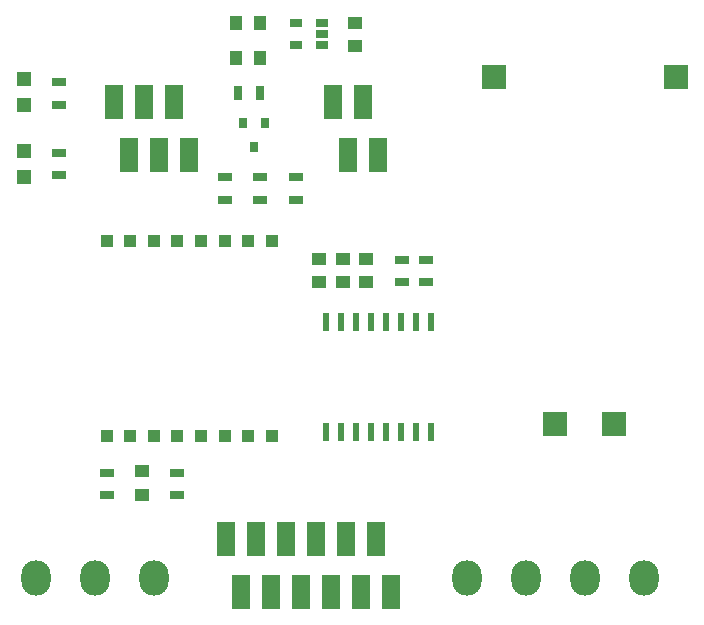
<source format=gbr>
G04 #@! TF.FileFunction,Soldermask,Top*
%FSLAX46Y46*%
G04 Gerber Fmt 4.6, Leading zero omitted, Abs format (unit mm)*
G04 Created by KiCad (PCBNEW 4.0.7-e2-6376~58~ubuntu16.04.1) date Sun Mar  4 02:40:10 2018*
%MOMM*%
%LPD*%
G01*
G04 APERTURE LIST*
%ADD10C,0.100000*%
%ADD11R,1.250000X1.000000*%
%ADD12R,1.000000X1.250000*%
%ADD13R,0.800000X0.900000*%
%ADD14R,1.200000X1.200000*%
%ADD15R,1.500000X3.000000*%
%ADD16R,0.700000X1.300000*%
%ADD17O,2.500000X3.000000*%
%ADD18R,1.300000X0.700000*%
%ADD19R,1.060000X0.650000*%
%ADD20R,2.000000X2.000000*%
%ADD21R,0.600000X1.500000*%
%ADD22R,1.000000X1.000000*%
G04 APERTURE END LIST*
D10*
D11*
X110000000Y-89000000D03*
X110000000Y-91000000D03*
D12*
X102000000Y-89000000D03*
X100000000Y-89000000D03*
X102000000Y-92000000D03*
X100000000Y-92000000D03*
D11*
X107000000Y-111000000D03*
X107000000Y-109000000D03*
X92000000Y-129000000D03*
X92000000Y-127000000D03*
X109000000Y-111000000D03*
X109000000Y-109000000D03*
X111000000Y-111000000D03*
X111000000Y-109000000D03*
D13*
X102450000Y-97500000D03*
X100550000Y-97500000D03*
X101500000Y-99500000D03*
D14*
X82000000Y-99900000D03*
X82000000Y-102100000D03*
X82000000Y-96000000D03*
X82000000Y-93800000D03*
D15*
X99110000Y-132750000D03*
X100380000Y-137250000D03*
X101650000Y-132750000D03*
X102920000Y-137250000D03*
X104190000Y-132750000D03*
X105460000Y-137250000D03*
X106730000Y-132750000D03*
X108000000Y-137250000D03*
X109270000Y-132750000D03*
X110540000Y-137250000D03*
X111810000Y-132750000D03*
X113080000Y-137250000D03*
X108190000Y-95750000D03*
X109460000Y-100250000D03*
X110730000Y-95750000D03*
X112000000Y-100250000D03*
D16*
X100100000Y-95000000D03*
X102000000Y-95000000D03*
D17*
X129500000Y-136000000D03*
X134500000Y-136000000D03*
D18*
X114000000Y-109100000D03*
X114000000Y-111000000D03*
X85000000Y-100050000D03*
X85000000Y-101950000D03*
X116050000Y-111000000D03*
X116050000Y-109100000D03*
X85000000Y-95950000D03*
X85000000Y-94050000D03*
X99000000Y-104000000D03*
X99000000Y-102100000D03*
X102000000Y-104000000D03*
X102000000Y-102100000D03*
X95000000Y-127100000D03*
X95000000Y-129000000D03*
X89000000Y-127100000D03*
X89000000Y-129000000D03*
X105000000Y-104000000D03*
X105000000Y-102100000D03*
D17*
X83000000Y-136000000D03*
X88000000Y-136000000D03*
X93000000Y-136000000D03*
D19*
X107200000Y-90900000D03*
X107200000Y-89950000D03*
X107200000Y-89000000D03*
X105000000Y-89000000D03*
X105000000Y-90900000D03*
D20*
X127000000Y-123000000D03*
X132000000Y-123000000D03*
X121800000Y-93600000D03*
X137200000Y-93600000D03*
D21*
X107555000Y-123650000D03*
X108825000Y-123650000D03*
X110095000Y-123650000D03*
X111365000Y-123650000D03*
X112635000Y-123650000D03*
X113905000Y-123650000D03*
X115175000Y-123650000D03*
X116445000Y-123650000D03*
X116445000Y-114350000D03*
X115175000Y-114350000D03*
X113905000Y-114350000D03*
X112635000Y-114350000D03*
X111365000Y-114350000D03*
X110095000Y-114350000D03*
X108825000Y-114350000D03*
X107555000Y-114350000D03*
D22*
X89000000Y-124000000D03*
X91000000Y-124000000D03*
X93000000Y-124000000D03*
X95000000Y-124000000D03*
X97000000Y-124000000D03*
X99000000Y-124000000D03*
X101000000Y-124000000D03*
X103000000Y-124000000D03*
X103000000Y-107500000D03*
X101000000Y-107500000D03*
X99000000Y-107500000D03*
X97000000Y-107500000D03*
X95000000Y-107500000D03*
X93000000Y-107500000D03*
X91000000Y-107500000D03*
X89000000Y-107500000D03*
D15*
X89650000Y-95750000D03*
X90920000Y-100250000D03*
X92190000Y-95750000D03*
X93460000Y-100250000D03*
X94730000Y-95750000D03*
X96000000Y-100250000D03*
D17*
X119500000Y-136000000D03*
X124500000Y-136000000D03*
M02*

</source>
